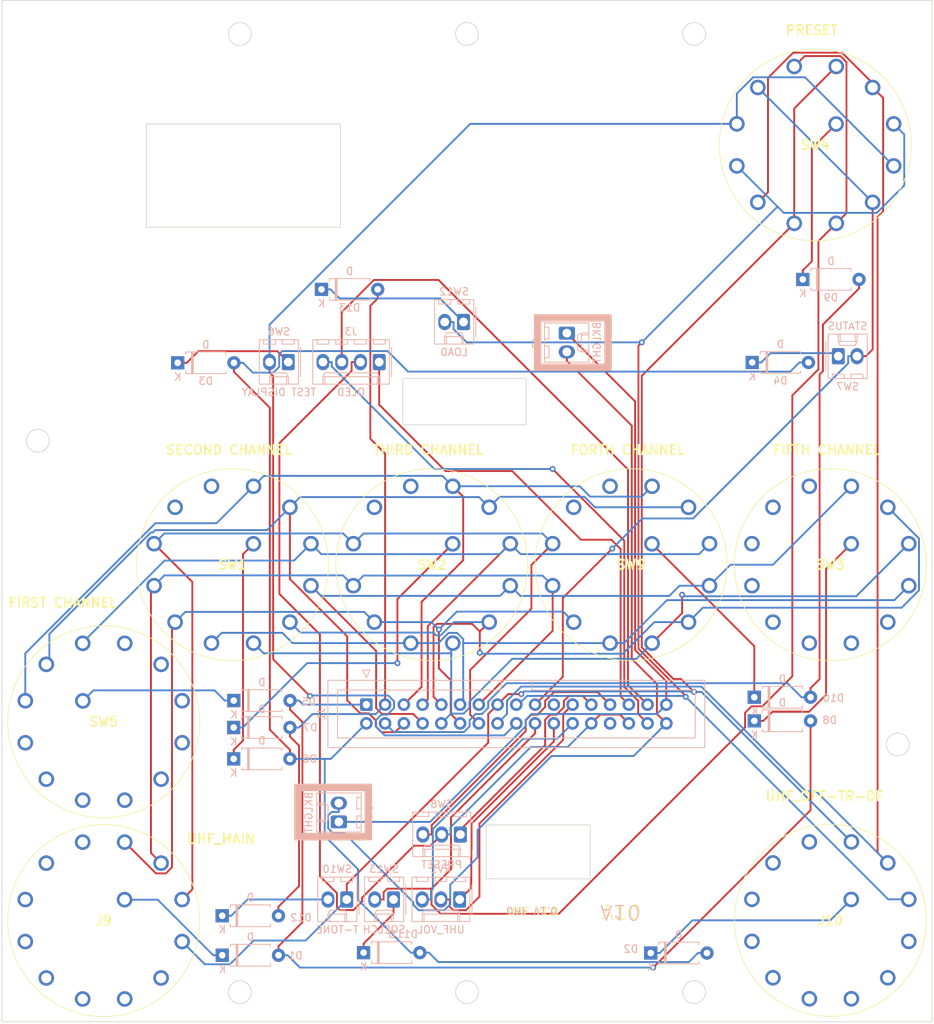
<source format=kicad_pcb>
(kicad_pcb (version 20240108) (generator "pcbnew") (generator_version "8.0")
  (layers (0 "F.Cu" signal) (31 "B.Cu" signal) (34 "B.Paste" user) (35 "F.Paste" user) (36 "B.SilkS" user "B.Silkscreen") (37 "F.SilkS" user "F.Silkscreen") (38 "B.Mask" user) (39 "F.Mask" user) (44 "Edge.Cuts" user))
  (net 0 "")
  (net 1 "Net-(D1-K)")
  (net 2 "COL7")
  (net 3 "Net-(D2-K)")
  (net 4 "Net-(D3-K)")
  (net 5 "Net-(D4-K)")
  (net 6 "COL8")
  (net 7 "Net-(D9-K)")
  (net 8 "COL9")
  (net 9 "COL10")
  (net 10 "+5V")
  (net 11 "Net-(D10-K)")
  (net 12 "GND")
  (net 13 "Net-(D11-K)")
  (net 14 "ROW0")
  (net 15 "ROW1")
  (net 16 "Net-(D12-K)")
  (net 17 "ROW15")
  (net 18 "ROW14")
  (net 19 "ROW5")
  (net 20 "Net-(D5-K)")
  (net 21 "Net-(D13-K)")
  (net 22 "UHF_PRESET_B")
  (net 24 "ROW8")
  (net 25 "ROW2")
  (net 26 "Net-(D6-K)")
  (net 27 "ROW12")
  (net 28 "Net-(D7-K)")
  (net 29 "Net-(D8-K)")
  (net 30 "ROW9")
  (net 31 "UHF_OLED_SC")
  (net 33 "ROW4")
  (net 35 "ROW11")
  (net 36 "ANALOG_5V")
  (net 37 "ROW13")
  (net 41 "BACKLIGHT_-V")
  (net 42 "ROW6")
  (net 48 "ROW3")
  (net 51 "ROW10")
  (net 52 "ROW7")
  (net 53 "+12V")
  (net 55 "UHF_OLED_SD")
  (net 56 "ANALOG_GND")
  (net 58 "UHF_VOL")
  (net 59 "UHF_PRESET_A")
  (footprint "Footprint Library:ALPHA 12 POS" (layer "F.Cu") (at 94 -10)
    (property "Reference" "SW9")
    (property "Value" "FORTH CHANNEL")
  )
  (footprint "Footprint Library:ALPHA 12 POS" (layer "F.Cu") (at 121 38.175)
    (property "Reference" "J10")
    (property "Value" "UHF_OFF-TR-DF")
  )
  (footprint "Footprint Library:ALPHA 12 POS" (layer "F.Cu") (at 67 -10)
    (property "Reference" "SW2")
    (property "Value" "THIRD CHANNEL")
  )
  (footprint "Footprint Library:ALPHA 12 POS" (layer "F.Cu") (at 22.55 38.206)
    (property "Reference" "J9")
    (property "Value" "UHF_MAIN")
  )
  (footprint "Footprint Library:ALPHA 12 POS" (layer "F.Cu") (at 30.331 24.747 90)
    (property "Reference" "SW5")
    (property "Value" "FIRST CHANNEL")
  )
  (footprint "Footprint Library:ALPHA 12 POS" (layer "F.Cu") (at 121 -10)
    (property "Reference" "SW3")
    (property "Value" "FIFTH CHANNEL")
  )
  (footprint "Footprint Library:ALPHA 12 POS" (layer "F.Cu") (at 40 -10)
    (property "Reference" "SW1")
    (property "Value" "SECOND CHANNEL")
  )
  (footprint "Footprint Library:ALPHA 12 POS" (layer "F.Cu") (at 118.953 -66.869)
    (property "Reference" "SW4")
    (property "Value" "PRESET")
  )
  (footprint "Diode_THT:D_A-405_P7.62mm_Horizontal" (layer "B.Cu") (at 62.68 -44.45)
    (property "Reference" "D13")
    (property "Value" "D")
  )
  (footprint "Connector_Molex:Molex_KK-254_AE-6410-02A_1x02_P2.54mm_Vertical" (layer "B.Cu") (at 132.7 -35.4)
    (property "Reference" "SW7")
    (property "Value" "STATUS")
  )
  (footprint "Diode_THT:D_A-405_P7.62mm_Horizontal" (layer "B.Cu") (at 50.79 19.15)
    (property "Reference" "D6")
    (property "Value" "D")
  )
  (footprint "Connector_Molex:Molex_KK-254_AE-6410-03A_1x03_P2.54mm_Vertical" (layer "B.Cu") (at 81.4 38.2 180)
    (property "Reference" "RV1")
    (property "Value" "UHF_VOL")
  )
  (footprint "Connector_Molex:Molex_KK-254_AE-6410-02A_1x02_P2.54mm_Vertical" (layer "B.Cu") (at 95.92 -38.52 -90)
    (property "Reference" "J2")
    (property "Value" "BKLGHT")
  )
  (footprint "Diode_THT:D_A-405_P7.62mm_Horizontal" (layer "B.Cu") (at 121.04 -34.55)
    (property "Reference" "D4")
    (property "Value" "D")
  )
  (footprint "Diode_THT:D_A-405_P7.62mm_Horizontal" (layer "B.Cu") (at 50.79 14.9)
    (property "Reference" "D7")
    (property "Value" "D")
  )
  (footprint "Diode_THT:D_A-405_P7.62mm_Horizontal" (layer "B.Cu") (at 127.89 -45.8)
    (property "Reference" "D9")
    (property "Value" "D")
  )
  (footprint "Diode_THT:D_A-405_P7.62mm_Horizontal" (layer "B.Cu") (at 49.23 40.4)
    (property "Reference" "D12")
    (property "Value" "D")
  )
  (footprint "Connector_Molex:Molex_KK-254_AE-6410-03A_1x03_P2.54mm_Vertical" (layer "B.Cu") (at 81.5 29.4 180)
    (property "Reference" "SW8")
    (property "Value" "PRESET")
  )
  (footprint "Connector_Molex:Molex_KK-254_AE-6410-02A_1x02_P2.54mm_Vertical" (layer "B.Cu") (at 81.92 -40.03 180)
    (property "Reference" "SW12")
    (property "Value" "LOAD")
  )
  (footprint "Connector_Molex:Molex_KK-254_AE-6410-02A_1x02_P2.54mm_Vertical" (layer "B.Cu") (at 66.1 38.2 180)
    (property "Reference" "SW10")
    (property "Value" "T-TONE")
  )
  (footprint "Connector_Molex:Molex_KK-254_AE-6410-02A_1x02_P2.54mm_Vertical" (layer "B.Cu") (at 72.44 38.2 180)
    (property "Reference" "SW13")
    (property "Value" "SQELCH")
  )
  (footprint "Connector_Molex:Molex_KK-254_AE-6410-04A_1x04_P2.54mm_Vertical" (layer "B.Cu") (at 70.5 -34.6 180)
    (property "Reference" "J3")
    (property "Value" "OLED")
  )
  (footprint "Diode_THT:D_A-405_P7.62mm_Horizontal" (layer "B.Cu") (at 107.29 45.45)
    (property "Reference" "D2")
    (property "Value" "D")
  )
  (footprint "Connector_Molex:Molex_KK-254_AE-6410-02A_1x02_P2.54mm_Vertical" (layer "B.Cu") (at 65.03 27.685 90)
    (property "Reference" "J4")
    (property "Value" "BKLGHT")
  )
  (footprint "Diode_THT:D_A-405_P7.62mm_Horizontal" (layer "B.Cu") (at 121.32 14)
    (property "Reference" "D8")
    (property "Value" "D")
  )
  (footprint "Diode_THT:D_A-405_P7.62mm_Horizontal" (layer "B.Cu") (at 49.24 45.75)
    (property "Reference" "D1")
    (property "Value" "D")
  )
  (footprint "Diode_THT:D_A-405_P7.62mm_Horizontal" (layer "B.Cu") (at 50.8 11.25)
    (property "Reference" "D5")
    (property "Value" "D")
  )
  (footprint "Diode_THT:D_A-405_P7.62mm_Horizontal" (layer "B.Cu") (at 121.32 10.8)
    (property "Reference" "D10")
    (property "Value" "D")
  )
  (footprint "Diode_THT:D_A-405_P7.62mm_Horizontal" (layer "B.Cu") (at 43.2 -34.5)
    (property "Reference" "D3")
    (property "Value" "D")
  )
  (footprint "Diode_THT:D_A-405_P7.62mm_Horizontal" (layer "B.Cu") (at 68.39 45.4)
    (property "Reference" "D11")
    (property "Value" "D")
  )
  (footprint "Connector_IDC:IDC-Header_2x17_P2.54mm_Vertical" (layer "B.Cu") (at 68.76 11.8 -90)
    (property "Reference" "J1")
    (property "Value" "UHF")
  )
  (footprint "Connector_Molex:Molex_KK-254_AE-6410-02A_1x02_P2.54mm_Vertical" (layer "B.Cu") (at 58.18 -34.6 180)
    (property "Reference" "SW6")
    (property "Value" "TEST DISPLAY")
  )
  (gr_rect (start 59.0623 23.445) (end 69.4477 22.585) (stroke (width 0.15)) (fill solid) (layer "B.SilkS"))
  (gr_rect (start 91.54 -40.155) (end 101.9254 -41.015) (stroke (width 0.15)) (fill solid) (layer "B.SilkS"))
  (gr_rect (start 59.0623 30.125) (end 68.6977 29.265) (stroke (width 0.15)) (fill solid) (layer "B.SilkS"))
  (gr_rect (start 101.0777 -33.505) (end 101.9377 -40.495) (stroke (width 0.15)) (fill solid) (layer "B.SilkS"))
  (gr_rect (start 59.0623 29.95) (end 59.9223 22.9) (stroke (width 0.15)) (fill solid) (layer "B.SilkS"))
  (gr_rect (start 68.6 30.095) (end 69.46 23.105) (stroke (width 0.15)) (fill solid) (layer "B.SilkS"))
  (gr_rect (start 91.54 -33.475) (end 101.1754 -34.335) (stroke (width 0.15)) (fill solid) (layer "B.SilkS"))
  (gr_rect (start 91.54 -33.65) (end 92.4 -40.7) (stroke (width 0.15)) (fill solid) (layer "B.SilkS"))
  (gr_rect (start 85 28.1) (end 99.1 35.4) (stroke (width 0.1)) (fill none) (layer "Edge.Cuts"))
  (gr_rect (start 19.4 -83.6) (end 145.4 54.768) (stroke (width 0.1)) (fill none) (layer "Edge.Cuts"))
  (gr_circle (center 113.175 -79.05) (end 114.725 -79.05) (stroke (width 0.1)) (fill none) (layer "Edge.Cuts"))
  (gr_circle (center 24.25 -23.95) (end 25.8 -23.95) (stroke (width 0.1)) (fill none) (layer "Edge.Cuts"))
  (gr_rect (start 38.95 -66.85) (end 65.25 -52.85) (stroke (width 0.1)) (fill none) (layer "Edge.Cuts"))
  (gr_circle (center 82.4 -79.05) (end 83.95 -79.05) (stroke (width 0.1)) (fill none) (layer "Edge.Cuts"))
  (gr_circle (center 140.75 17.2) (end 142.3 17.2) (stroke (width 0.1)) (fill none) (layer "Edge.Cuts"))
  (gr_circle (center 82.4 50.75) (end 83.95 50.75) (stroke (width 0.1)) (fill none) (layer "Edge.Cuts"))
  (gr_rect (start 73.7 -32.4) (end 90.4 -26.1) (stroke (width 0.1)) (fill none) (layer "Edge.Cuts"))
  (gr_circle (center 51.625 -79.05) (end 53.175 -79.05) (stroke (width 0.1)) (fill none) (layer "Edge.Cuts"))
  (gr_circle (center 51.625 50.75) (end 53.175 50.75) (stroke (width 0.1)) (fill none) (layer "Edge.Cuts"))
  (gr_circle (center 113.175 50.75) (end 114.725 50.75) (stroke (width 0.1)) (fill none) (layer "Edge.Cuts"))
  (gr_text "A10" (at 100.32 38.77 -180) (layer "B.SilkS") (effects (font (size 2 2)) (justify left bottom mirror)))
  (gr_text "UHF V1.0" (at 87.58 39.14 -180) (layer "B.SilkS") (effects (font (size 1 1)) (justify left bottom mirror)))
  (gr_text "UHF V1.0" (at 87.82 40.41 -0) (layer "F.SilkS") (effects (font (size 1 1)) (justify left bottom)))
  (gr_text "A10" (at 100.5 41.15 -0) (layer "F.SilkS") (effects (font (size 2 2)) (justify left bottom)))
  (segment (start 48.0133 45.75) (end 40.4883 38.225) (width 0.25) (layer "B.Cu") (net 1))
  (segment (start 49.24 45.75) (end 48.0133 45.75) (width 0.25) (layer "B.Cu") (net 1))
  (segment (start 40.4883 38.225) (end 36.003 38.225) (width 0.25) (layer "B.Cu") (net 1))
  (segment (start 58.42 11.25) (end 58.42 12.4767) (width 0.25) (layer "F.Cu") (net 2))
  (segment (start 128.94 26.1045) (end 107.6247 47.4198) (width 0.25) (layer "F.Cu") (net 2))
  (segment (start 56.86 44.5233) (end 60.0973 41.286) (width 0.25) (layer "F.Cu") (net 2))
  (segment (start 128.94 14) (end 128.94 26.1045) (width 0.25) (layer "F.Cu") (net 2))
  (segment (start 56.86 45.75) (end 56.86 44.5233) (width 0.25) (layer "F.Cu") (net 2))
  (segment (start 60.0973 41.286) (end 60.0973 14.154) (width 0.25) (layer "F.Cu") (net 2))
  (segment (start 60.0973 14.154) (end 58.42 12.4767) (width 0.25) (layer "F.Cu") (net 2))
  (via (at 107.6247 47.4198) (size 0.8) (drill 0.4) (layers "F.Cu" "B.Cu") (net 2))
  (segment (start 59.7565 47.4198) (end 107.6247 47.4198) (width 0.25) (layer "B.Cu") (net 2))
  (segment (start 56.86 45.75) (end 58.0867 45.75) (width 0.25) (layer "B.Cu") (net 2))
  (segment (start 59.6467 11.25) (end 60.1967 11.8) (width 0.25) (layer "B.Cu") (net 2))
  (segment (start 58.42 11.25) (end 59.6467 11.25) (width 0.25) (layer "B.Cu") (net 2))
  (segment (start 60.1967 11.8) (end 68.76 11.8) (width 0.25) (layer "B.Cu") (net 2))
  (segment (start 58.0867 45.75) (end 59.7565 47.4198) (width 0.25) (layer "B.Cu") (net 2))
  (segment (start 107.29 45.45) (end 108.5167 45.45) (width 0.25) (layer "B.Cu") (net 3))
  (segment (start 131.625 41.022) (end 134.453 38.194) (width 0.25) (layer "B.Cu") (net 3))
  (segment (start 108.5167 45.45) (end 112.9447 41.022) (width 0.25) (layer "B.Cu") (net 3))
  (segment (start 112.9447 41.022) (end 131.625 41.022) (width 0.25) (layer "B.Cu") (net 3))
  (segment (start 44.4267 -34.5) (end 45.9978 -36.0711) (width 0.25) (layer "F.Cu") (net 4))
  (segment (start 45.9978 -36.0711) (end 56.7089 -36.0711) (width 0.25) (layer "F.Cu") (net 4))
  (segment (start 56.7089 -36.0711) (end 58.18 -34.6) (width 0.25) (layer "F.Cu") (net 4))
  (segment (start 43.2 -34.5) (end 44.4267 -34.5) (width 0.25) (layer "F.Cu") (net 4))
  (segment (start 121.04 -34.55) (end 122.2667 -34.55) (width 0.25) (layer "B.Cu") (net 5))
  (segment (start 123.5228 -35.8061) (end 132.2939 -35.8061) (width 0.25) (layer "B.Cu") (net 5))
  (segment (start 132.2939 -35.8061) (end 132.7 -35.4) (width 0.25) (layer "B.Cu") (net 5))
  (segment (start 122.2667 -34.55) (end 123.5228 -35.8061) (width 0.25) (layer "B.Cu") (net 5))
  (segment (start 50.82 -34.5) (end 50.82 -33.2733) (width 0.25) (layer "F.Cu") (net 6))
  (segment (start 55.6819 15.1952) (end 58.41 17.9233) (width 0.25) (layer "F.Cu") (net 6))
  (segment (start 58.41 19.15) (end 58.41 17.9233) (width 0.25) (layer "F.Cu") (net 6))
  (segment (start 50.82 -33.2733) (end 55.6819 -28.4114) (width 0.25) (layer "F.Cu") (net 6))
  (segment (start 55.6819 -28.4114) (end 55.6819 15.1952) (width 0.25) (layer "F.Cu") (net 6))
  (segment (start 57.3506 -36.089) (end 56.9609 -35.6993) (width 0.25) (layer "B.Cu") (net 6))
  (segment (start 114.91 45.45) (end 113.6833 45.45) (width 0.25) (layer "B.Cu") (net 6))
  (segment (start 63.1163 19.15) (end 63.95 19.15) (width 0.25) (layer "B.Cu") (net 6))
  (segment (start 76.01 45.4) (end 77.2367 45.4) (width 0.25) (layer "B.Cu") (net 6))
  (segment (start 71.631 -36.089) (end 57.3506 -36.089) (width 0.25) (layer "B.Cu") (net 6))
  (segment (start 56.9609 -33.9654) (end 56.1729 -33.1774) (width 0.25) (layer "B.Cu") (net 6))
  (segment (start 112.4566 46.6767) (end 78.5134 46.6767) (width 0.25) (layer "B.Cu") (net 6))
  (segment (start 63.95 19.15) (end 68.76 14.34) (width 0.25) (layer "B.Cu") (net 6))
  (segment (start 128.66 -34.55) (end 127.4333 -34.55) (width 0.25) (layer "B.Cu") (net 6))
  (segment (start 75.3967 45.4) (end 74.7833 45.4) (width 0.25) (layer "B.Cu") (net 6))
  (segment (start 58.41 19.15) (end 63.1163 19.15) (width 0.25) (layer "B.Cu") (net 6))
  (segment (start 127.4333 -34.55) (end 126.1965 -33.3132) (width 0.25) (layer "B.Cu") (net 6))
  (segment (start 126.1965 -33.3132) (end 74.4068 -33.3132) (width 0.25) (layer "B.Cu") (net 6))
  (segment (start 56.1729 -33.1774) (end 53.3693 -33.1774) (width 0.25) (layer "B.Cu") (net 6))
  (segment (start 50.82 -34.5) (end 52.0467 -34.5) (width 0.25) (layer "B.Cu") (net 6))
  (segment (start 53.3693 -33.1774) (end 52.0467 -34.5) (width 0.25) (layer "B.Cu") (net 6))
  (segment (start 67.6369 34.1084) (end 67.6369 38.2536) (width 0.25) (layer "B.Cu") (net 6))
  (segment (start 78.5134 46.6767) (end 77.2367 45.4) (width 0.25) (layer "B.Cu") (net 6))
  (segment (start 74.4068 -33.3132) (end 71.631 -36.089) (width 0.25) (layer "B.Cu") (net 6))
  (segment (start 63.1163 19.15) (end 63.1163 29.5878) (width 0.25) (layer "B.Cu") (net 6))
  (segment (start 67.6369 38.2536) (end 74.7833 45.4) (width 0.25) (layer "B.Cu") (net 6))
  (segment (start 56.9609 -35.6993) (end 56.9609 -33.9654) (width 0.25) (layer "B.Cu") (net 6))
  (segment (start 113.6833 45.45) (end 112.4566 46.6767) (width 0.25) (layer "B.Cu") (net 6))
  (segment (start 75.3967 45.4) (end 76.01 45.4) (width 0.25) (layer "B.Cu") (net 6))
  (segment (start 63.1163 29.5878) (end 67.6369 34.1084) (width 0.25) (layer "B.Cu") (net 6))
  (segment (start 129.1167 -63.5607) (end 132.406 -66.85) (width 0.25) (layer "F.Cu") (net 7))
  (segment (start 127.89 -45.8) (end 127.89 -47.0267) (width 0.25) (layer "F.Cu") (net 7))
  (segment (start 127.89 -47.0267) (end 129.1167 -48.2534) (width 0.25) (layer "F.Cu") (net 7))
  (segment (start 129.1167 -48.2534) (end 129.1167 -63.5607) (width 0.25) (layer "F.Cu") (net 7))
  (segment (start 59.6367 17.3534) (end 58.41 16.1267) (width 0.25) (layer "F.Cu") (net 8))
  (segment (start 71.3 -22.2068) (end 69.2965 -24.2103) (width 0.25) (layer "F.Cu") (net 8))
  (segment (start 56.85 40.4) (end 56.85 39.1733) (width 0.25) (layer "F.Cu") (net 8))
  (segment (start 58.41 14.9) (end 58.41 16.1267) (width 0.25) (layer "F.Cu") (net 8))
  (segment (start 70.3 -44.45) (end 70.3 -43.2233) (width 0.25) (layer "F.Cu") (net 8))
  (segment (start 69.2965 -24.2103) (end 69.2965 -42.2198) (width 0.25) (layer "F.Cu") (net 8))
  (segment (start 69.2965 -42.2198) (end 70.3 -43.2233) (width 0.25) (layer "F.Cu") (net 8))
  (segment (start 59.6367 36.3866) (end 59.6367 17.3534) (width 0.25) (layer "F.Cu") (net 8))
  (segment (start 71.3 11.8) (end 71.3 -22.2068) (width 0.25) (layer "F.Cu") (net 8))
  (segment (start 56.85 39.1733) (end 59.6367 36.3866) (width 0.25) (layer "F.Cu") (net 8))
  (segment (start 70.0178 13.0822) (end 61.4545 13.0822) (width 0.25) (layer "B.Cu") (net 8))
  (segment (start 61.4545 13.0822) (end 59.6367 14.9) (width 0.25) (layer "B.Cu") (net 8))
  (segment (start 71.3 11.8) (end 70.0178 13.0822) (width 0.25) (layer "B.Cu") (net 8))
  (segment (start 58.41 14.9) (end 59.6367 14.9) (width 0.25) (layer "B.Cu") (net 8))
  (segment (start 130.1652 8.3481) (end 130.1652 -32.911) (width 0.25) (layer "F.Cu") (net 9))
  (segment (start 130.6168 -33.3626) (end 130.6168 -39.6801) (width 0.25) (layer "F.Cu") (net 9))
  (segment (start 135.51 -45.8) (end 135.51 -44.5733) (width 0.25) (layer "F.Cu") (net 9))
  (segment (start 130.1652 -32.911) (end 130.6168 -33.3626) (width 0.25) (layer "F.Cu") (net 9))
  (segment (start 128.94 10.8) (end 128.94 9.5733) (width 0.25) (layer "F.Cu") (net 9))
  (segment (start 130.6168 -39.6801) (end 135.51 -44.5733) (width 0.25) (layer "F.Cu") (net 9))
  (segment (start 128.94 9.5733) (end 130.1652 8.3481) (width 0.25) (layer "F.Cu") (net 9))
  (segment (start 128.94 10.8) (end 127.7133 10.8) (width 0.25) (layer "B.Cu") (net 9))
  (segment (start 125.8169 8.9036) (end 87.7578 8.9036) (width 0.25) (layer "B.Cu") (net 9))
  (segment (start 84.4309 13.07) (end 83.5781 13.07) (width 0.25) (layer "B.Cu") (net 9))
  (segment (start 82.7478 14.7385) (end 81.9658 15.5205) (width 0.25) (layer "B.Cu") (net 9))
  (segment (start 127.7133 10.8) (end 125.8169 8.9036) (width 0.25) (layer "B.Cu") (net 9))
  (segment (start 72.4805 15.5205) (end 71.3 14.34) (width 0.25) (layer "B.Cu") (net 9))
  (segment (start 83.5781 13.07) (end 82.7478 13.9003) (width 0.25) (layer "B.Cu") (net 9))
  (segment (start 87.7578 8.9036) (end 85.27 11.3914) (width 0.25) (layer "B.Cu") (net 9))
  (segment (start 82.7478 13.9003) (end 82.7478 14.7385) (width 0.25) (layer "B.Cu") (net 9))
  (segment (start 85.27 11.3914) (end 85.27 12.2309) (width 0.25) (layer "B.Cu") (net 9))
  (segment (start 85.27 12.2309) (end 84.4309 13.07) (width 0.25) (layer "B.Cu") (net 9))
  (segment (start 81.9658 15.5205) (end 72.4805 15.5205) (width 0.25) (layer "B.Cu") (net 9))
  (segment (start 101.9519 -10.5383) (end 103.2051 -9.2851) (width 0.25) (layer "F.Cu") (net 10))
  (segment (start 88.5256 -19.8399) (end 97.8272 -10.5383) (width 0.25) (layer "F.Cu") (net 10))
  (segment (start 79.487 -19.8399) (end 88.5256 -19.8399) (width 0.25) (layer "F.Cu") (net 10))
  (segment (start 97.8272 -10.5383) (end 101.9519 -10.5383) (width 0.25) (layer "F.Cu") (net 10))
  (segment (start 103.2051 -9.2851) (end 103.2051 10.6851) (width 0.25) (layer "F.Cu") (net 10))
  (segment (start 70.5 -34.6) (end 70.5 -28.8269) (width 0.25) (layer "F.Cu") (net 10))
  (segment (start 103.2051 10.6851) (end 104.32 11.8) (width 0.25) (layer "F.Cu") (net 10))
  (segment (start 70.5 -28.8269) (end 79.487 -19.8399) (width 0.25) (layer "F.Cu") (net 10))
  (segment (start 121.32 3.886) (end 107.453 -9.981) (width 0.25) (layer "F.Cu") (net 11))
  (segment (start 121.32 10.8) (end 121.32 3.886) (width 0.25) (layer "F.Cu") (net 11))
  (segment (start 56.9792 -23.6192) (end 66.7633 -33.4033) (width 0.25) (layer "F.Cu") (net 12))
  (segment (start 64.7718 37.3362) (end 62.47 35.0344) (width 0.25) (layer "F.Cu") (net 12))
  (segment (start 64.7718 39.2156) (end 64.7718 37.3362) (width 0.25) (layer "F.Cu") (net 12))
  (segment (start 68.1822 38.4663) (end 67.0119 39.6366) (width 0.25) (layer "F.Cu") (net 12))
  (segment (start 65.1928 39.6366) (end 64.7718 39.2156) (width 0.25) (layer "F.Cu") (net 12))
  (segment (start 100.4306 13.1494) (end 99.24 14.34) (width 0.25) (layer "F.Cu") (net 12))
  (segment (start 62.47 35.0344) (end 62.47 2.2946) (width 0.25) (layer "F.Cu") (net 12))
  (segment (start 77.4522 30.9078) (end 75.2216 30.9078) (width 0.25) (layer "F.Cu") (net 12))
  (segment (start 62.47 2.2946) (end 56.9792 -3.1962) (width 0.25) (layer "F.Cu") (net 12))
  (segment (start 75.2216 30.9078) (end 68.1822 37.9472) (width 0.25) (layer "F.Cu") (net 12))
  (segment (start 66.7633 -33.4033) (end 66.7633 -34.6) (width 0.25) (layer "F.Cu") (net 12))
  (segment (start 67.96 -34.6) (end 66.7633 -34.6) (width 0.25) (layer "F.Cu") (net 12))
  (segment (start 104.32 14.34) (end 103.1294 13.1494) (width 0.25) (layer "F.Cu") (net 12))
  (segment (start 67.0119 39.6366) (end 65.1928 39.6366) (width 0.25) (layer "F.Cu") (net 12))
  (segment (start 78.96 29.4) (end 77.4522 30.9078) (width 0.25) (layer "F.Cu") (net 12))
  (segment (start 56.9792 -3.1962) (end 56.9792 -23.6192) (width 0.25) (layer "F.Cu") (net 12))
  (segment (start 68.1822 37.9472) (end 68.1822 38.4663) (width 0.25) (layer "F.Cu") (net 12))
  (segment (start 103.1294 13.1494) (end 100.4306 13.1494) (width 0.25) (layer "F.Cu") (net 12))
  (segment (start 80.1567 28.4277) (end 91.0255 17.5589) (width 0.25) (layer "B.Cu") (net 12))
  (segment (start 78.96 29.4) (end 80.1567 29.4) (width 0.25) (layer "B.Cu") (net 12))
  (segment (start 91.0255 17.5589) (end 96.0211 17.5589) (width 0.25) (layer "B.Cu") (net 12))
  (segment (start 96.0211 17.5589) (end 99.24 14.34) (width 0.25) (layer "B.Cu") (net 12))
  (segment (start 80.1567 29.4) (end 80.1567 28.4277) (width 0.25) (layer "B.Cu") (net 12))
  (segment (start 68.39 44.1733) (end 72.44 40.1233) (width 0.25) (layer "F.Cu") (net 13))
  (segment (start 72.44 40.1233) (end 72.44 38.2) (width 0.25) (layer "F.Cu") (net 13))
  (segment (start 68.39 45.4) (end 68.39 44.1733) (width 0.25) (layer "F.Cu") (net 13))
  (segment (start 81.8834 -16.3666) (end 81.8834 -7.7589) (width 0.25) (layer "F.Cu") (net 14))
  (segment (start 76.2397 -2.1152) (end 76.2397 9.4003) (width 0.25) (layer "F.Cu") (net 14))
  (segment (start 80.472 -17.778) (end 81.8834 -16.3666) (width 0.25) (layer "F.Cu") (net 14))
  (segment (start 81.8834 -7.7589) (end 76.2397 -2.1152) (width 0.25) (layer "F.Cu") (net 14))
  (segment (start 76.2397 9.4003) (end 73.84 11.8) (width 0.25) (layer "F.Cu") (net 14))
  (segment (start 80.472 -17.778) (end 97.6701 -17.778) (width 0.25) (layer "B.Cu") (net 14))
  (segment (start 48.4636 -12.7696) (end 53.472 -17.778) (width 0.25) (layer "B.Cu") (net 14))
  (segment (start 53.472 -17.778) (end 54.8817 -19.1877) (width 0.25) (layer "B.Cu") (net 14))
  (segment (start 99.0722 -16.3759) (end 106.0699 -16.3759) (width 0.25) (layer "B.Cu") (net 14))
  (segment (start 54.8817 -19.1877) (end 79.0623 -19.1877) (width 0.25) (layer "B.Cu") (net 14))
  (segment (start 97.6701 -17.778) (end 99.0722 -16.3759) (width 0.25) (layer "B.Cu") (net 14))
  (segment (start 22.553 11.275) (end 22.553 4.8537) (width 0.25) (layer "B.Cu") (net 14))
  (segment (start 22.553 4.8537) (end 40.1763 -12.7696) (width 0.25) (layer "B.Cu") (net 14))
  (segment (start 106.0699 -16.3759) (end 107.472 -17.778) (width 0.25) (layer "B.Cu") (net 14))
  (segment (start 40.1763 -12.7696) (end 48.4636 -12.7696) (width 0.25) (layer "B.Cu") (net 14))
  (segment (start 79.0623 -19.1877) (end 80.472 -17.778) (width 0.25) (layer "B.Cu") (net 14))
  (segment (start 70.03 14.7606) (end 70.81 15.5406) (width 0.25) (layer "F.Cu") (net 15))
  (segment (start 72.6394 15.5406) (end 73.84 14.34) (width 0.25) (layer "F.Cu") (net 15))
  (segment (start 66.1665 11.2242) (end 67.92 12.9777) (width 0.25) (layer "F.Cu") (net 15))
  (segment (start 70.03 13.9311) (end 70.03 14.7606) (width 0.25) (layer "F.Cu") (net 15))
  (segment (start 67.92 12.9777) (end 69.0766 12.9777) (width 0.25) (layer "F.Cu") (net 15))
  (segment (start 70.81 15.5406) (end 72.6394 15.5406) (width 0.25) (layer "F.Cu") (net 15))
  (segment (start 58.403 -14.931) (end 58.403 -5.206) (width 0.25) (layer "F.Cu") (net 15))
  (segment (start 66.1665 2.5575) (end 66.1665 11.2242) (width 0.25) (layer "F.Cu") (net 15))
  (segment (start 58.403 -5.206) (end 66.1665 2.5575) (width 0.25) (layer "F.Cu") (net 15))
  (segment (start 69.0766 12.9777) (end 70.03 13.9311) (width 0.25) (layer "F.Cu") (net 15))
  (segment (start 86.8231 -16.3511) (end 98.3108 -16.3511) (width 0.25) (layer "B.Cu") (net 15))
  (segment (start 85.403 -14.931) (end 86.8231 -16.3511) (width 0.25) (layer "B.Cu") (net 15))
  (segment (start 85.403 -14.931) (end 84.0232 -16.3108) (width 0.25) (layer "B.Cu") (net 15))
  (segment (start 55.3086 -11.8366) (end 58.403 -14.931) (width 0.25) (layer "B.Cu") (net 15))
  (segment (start 25.8138 2.2317) (end 39.5616 -11.5161) (width 0.25) (layer "B.Cu") (net 15))
  (segment (start 40.1446 -11.8366) (end 55.3086 -11.8366) (width 0.25) (layer "B.Cu") (net 15))
  (segment (start 39.5616 -11.5161) (end 39.8241 -11.5161) (width 0.25) (layer "B.Cu") (net 15))
  (segment (start 39.8241 -11.5161) (end 40.1446 -11.8366) (width 0.25) (layer "B.Cu") (net 15))
  (segment (start 98.3108 -16.3511) (end 99.7309 -14.931) (width 0.25) (layer "B.Cu") (net 15))
  (segment (start 99.7309 -14.931) (end 112.403 -14.931) (width 0.25) (layer "B.Cu") (net 15))
  (segment (start 25.8138 5.9302) (end 25.8138 2.2317) (width 0.25) (layer "B.Cu") (net 15))
  (segment (start 59.7828 -16.3108) (end 58.403 -14.931) (width 0.25) (layer "B.Cu") (net 15))
  (segment (start 84.0232 -16.3108) (end 59.7828 -16.3108) (width 0.25) (layer "B.Cu") (net 15))
  (segment (start 25.4 6.344) (end 25.8138 5.9302) (width 0.25) (layer "B.Cu") (net 15))
  (segment (start 52.6567 38.2) (end 63.56 38.2) (width 0.25) (layer "B.Cu") (net 16))
  (segment (start 49.23 40.4) (end 50.4567 40.4) (width 0.25) (layer "B.Cu") (net 16))
  (segment (start 50.4567 40.4) (end 52.6567 38.2) (width 0.25) (layer "B.Cu") (net 16))
  (segment (start 78.8195 40.136) (end 94.8261 40.136) (width 0.25) (layer "F.Cu") (net 17))
  (segment (start 91.62 15.6932) (end 80.2295 27.0837) (width 0.25) (layer "F.Cu") (net 17))
  (segment (start 133.8097 -54.7817) (end 132.425 -53.397) (width 0.25) (layer "F.Cu") (net 17))
  (segment (start 69.9 38.2) (end 71.0967 38.2) (width 0.25) (layer "F.Cu") (net 17))
  (segment (start 126.731 -74.647) (end 128.1425 -76.0585) (width 0.25) (layer "F.Cu") (net 17))
  (segment (start 71.0967 37.2277) (end 71.0967 38.2) (width 0.25) (layer "F.Cu") (net 17))
  (segment (start 71.5899 36.7345) (end 71.0967 37.2277) (width 0.25) (layer "F.Cu") (net 17))
  (segment (start 130.0062 -33.616) (end 130.0062 -50.9782) (width 0.25) (layer "F.Cu") (net 17))
  (segment (start 132.9865 -76.0585) (end 133.8097 -75.2353) (width 0.25) (layer "F.Cu") (net 17))
  (segment (start 80.2295 27.0837) (end 80.2295 34.095) (width 0.25) (layer "F.Cu") (net 17))
  (segment (start 122.4156 12.0279) (end 126.4717 7.9718) (width 0.25) (layer "F.Cu") (net 17))
  (segment (start 77.59 36.7345) (end 77.59 38.9065) (width 0.25) (layer "F.Cu") (net 17))
  (segment (start 126.4717 -30.0815) (end 130.0062 -33.616) (width 0.25) (layer "F.Cu") (net 17))
  (segment (start 133.8097 -75.2353) (end 133.8097 -54.7817) (width 0.25) (layer "F.Cu") (net 17))
  (segment (start 126.4717 7.9718) (end 126.4717 -30.0815) (width 0.25) (layer "F.Cu") (net 17))
  (segment (start 77.59 36.7345) (end 71.5899 36.7345) (width 0.25) (layer "F.Cu") (net 17))
  (segment (start 128.1425 -76.0585) (end 132.9865 -76.0585) (width 0.25) (layer "F.Cu") (net 17))
  (segment (start 94.8261 40.136) (end 120.07 14.8921) (width 0.25) (layer "F.Cu") (net 17))
  (segment (start 80.2295 34.095) (end 77.59 36.7345) (width 0.25) (layer "F.Cu") (net 17))
  (segment (start 77.59 38.9065) (end 78.8195 40.136) (width 0.25) (layer "F.Cu") (net 17))
  (segment (start 91.62 14.34) (end 91.62 15.6932) (width 0.25) (layer "F.Cu") (net 17))
  (segment (start 120.07 12.9071) (end 120.9492 12.0279) (width 0.25) (layer "F.Cu") (net 17))
  (segment (start 120.9492 12.0279) (end 122.4156 12.0279) (width 0.25) (layer "F.Cu") (net 17))
  (segment (start 130.0062 -50.9782) (end 132.425 -53.397) (width 0.25) (layer "F.Cu") (net 17))
  (segment (start 120.07 14.8921) (end 120.07 12.9071) (width 0.25) (layer "F.Cu") (net 17))
  (segment (start 135.24 -35.4) (end 136.4367 -35.4) (width 0.25) (layer "F.Cu") (net 18))
  (segment (start 91.62 11.8) (end 95.3752 8.0448) (width 0.25) (layer "F.Cu") (net 18))
  (segment (start 95.3752 8.0448) (end 95.3752 -2.6386) (width 0.25) (layer "F.Cu") (net 18))
  (segment (start 95.3752 -2.6386) (end 102.075 -9.3384) (width 0.25) (layer "F.Cu") (net 18))
  (segment (start 137.356 -36.3193) (end 136.4367 -35.4) (width 0.25) (layer "F.Cu") (net 18))
  (segment (start 137.356 -56.244) (end 137.356 -36.3193) (width 0.25) (layer "F.Cu") (net 18))
  (via (at 102.075 -9.3384) (size 0.8) (drill 0.4) (layers "F.Cu" "B.Cu") (net 18))
  (segment (start 113.0323 -13.4167) (end 106.1533 -13.4167) (width 0.25) (layer "B.Cu") (net 18))
  (segment (start 121.8 -71.8) (end 137.356 -56.244) (width 0.25) (layer "B.Cu") (net 18))
  (segment (start 135.24 -35.4) (end 134.0433 -35.4) (width 0.25) (layer "B.Cu") (net 18))
  (segment (start 134.0433 -35.4) (end 134.0433 -34.4277) (width 0.25) (layer "B.Cu") (net 18))
  (segment (start 134.0433 -34.4277) (end 113.0323 -13.4167) (width 0.25) (layer "B.Cu") (net 18))
  (segment (start 106.1533 -13.4167) (end 102.075 -9.3384) (width 0.25) (layer "B.Cu") (net 18))
  (segment (start 111.5418 -0.5978) (end 111.5418 -3.0846) (width 0.25) (layer "F.Cu") (net 19))
  (segment (start 107.472 3.472) (end 111.5418 -0.5978) (width 0.25) (layer "F.Cu") (net 19))
  (via (at 111.5418 -3.0846) (size 0.8) (drill 0.4) (layers "F.Cu" "B.Cu") (net 19))
  (segment (start 88.5298 5.5974) (end 105.3466 5.5974) (width 0.25) (layer "B.Cu") (net 19))
  (segment (start 142.25 -10) (end 135.1288 -2.8788) (width 0.25) (layer "B.Cu") (net 19))
  (segment (start 82.73 11.3972) (end 88.5298 5.5974) (width 0.25) (layer "B.Cu") (net 19))
  (segment (start 82.73 12.2309) (end 82.73 11.3972) (width 0.25) (layer "B.Cu") (net 19))
  (segment (start 135.1288 -2.8788) (end 111.7476 -2.8788) (width 0.25) (layer "B.Cu") (net 19))
  (segment (start 80.2605 13.0176) (end 80.2605 4.8507) (width 0.25) (layer "B.Cu") (net 19))
  (segment (start 81.9433 13.0176) (end 82.73 12.2309) (width 0.25) (layer "B.Cu") (net 19))
  (segment (start 78.92 14.34) (end 80.2424 13.0176) (width 0.25) (layer "B.Cu") (net 19))
  (segment (start 53.472 3.472) (end 54.8507 4.8507) (width 0.25) (layer "B.Cu") (net 19))
  (segment (start 80.2605 3.6835) (end 80.472 3.472) (width 0.25) (layer "B.Cu") (net 19))
  (segment (start 111.7476 -2.8788) (end 111.5418 -3.0846) (width 0.25) (layer "B.Cu") (net 19))
  (segment (start 80.2424 13.0176) (end 80.2605 13.0176) (width 0.25) (layer "B.Cu") (net 19))
  (segment (start 105.3466 5.5974) (end 107.472 3.472) (width 0.25) (layer "B.Cu") (net 19))
  (segment (start 80.2605 13.0176) (end 81.9433 13.0176) (width 0.25) (layer "B.Cu") (net 19))
  (segment (start 54.8507 4.8507) (end 80.2605 4.8507) (width 0.25) (layer "B.Cu") (net 19))
  (segment (start 80.2605 4.8507) (end 80.2605 3.6835) (width 0.25) (layer "B.Cu") (net 19))
  (segment (start 31.7719 9.8721) (end 48.1954 9.8721) (width 0.25) (layer "B.Cu") (net 20))
  (segment (start 30.35 11.294) (end 31.7719 9.8721) (width 0.25) (layer "B.Cu") (net 20))
  (segment (start 50.8 11.25) (end 49.5733 11.25) (width 0.25) (layer "B.Cu") (net 20))
  (segment (start 48.1954 9.8721) (end 49.5733 11.25) (width 0.25) (layer "B.Cu") (net 20))
  (segment (start 78.7267 -43.2233) (end 81.92 -40.03) (width 0.25) (layer "B.Cu") (net 21))
  (segment (start 62.68 -44.45) (end 63.9067 -44.45) (width 0.25) (layer "B.Cu") (net 21))
  (segment (start 63.9067 -44.45) (end 65.1334 -43.2233) (width 0.25) (layer "B.Cu") (net 21))
  (segment (start 65.1334 -43.2233) (end 78.7267 -43.2233) (width 0.25) (layer "B.Cu") (net 21))
  (segment (start 92.9833 12.1156) (end 91.9356 13.1633) (width 0.25) (layer "F.Cu") (net 22))
  (segment (start 77.6167 28.1255) (end 77.6167 29.4) (width 0.25) (layer "F.Cu") (net 22))
  (segment (start 91.1257 13.1633) (end 90.35 13.939) (width 0.25) (layer "F.Cu") (net 22))
  (segment (start 101.78 11.8) (end 100.0905 10.1105) (width 0.25) (layer "F.Cu") (net 22))
  (segment (start 76.42 29.4) (end 77.6167 29.4) (width 0.25) (layer "F.Cu") (net 22))
  (segment (start 91.9356 13.1633) (end 91.1257 13.1633) (width 0.25) (layer "F.Cu") (net 22))
  (segment (start 92.9833 11.3093) (end 92.9833 12.1156) (width 0.25) (layer "F.Cu") (net 22))
  (segment (start 100.0905 10.1105) (end 94.1821 10.1105) (width 0.25) (layer "F.Cu") (net 22))
  (segment (start 94.1821 10.1105) (end 92.9833 11.3093) (width 0.25) (layer "F.Cu") (net 22))
  (segment (start 90.35 13.939) (end 90.35 15.3922) (width 0.25) (layer "F.Cu") (net 22))
  (segment (start 90.35 15.3922) (end 77.6167 28.1255) (width 0.25) (layer "F.Cu") (net 22))
  (segment (start 94 -4.306) (end 94 1.8) (width 0.25) (layer "F.Cu") (net 24))
  (segment (start 40 -4.306) (end 39.5726 -3.8786) (width 0.25) (layer "F.Cu") (net 24))
  (segment (start 39.5726 31.8946) (end 40.953 33.275) (width 0.25) (layer "F.Cu") (net 24))
  (segment (start 94 1.8) (end 84 11.8) (width 0.25) (layer "F.Cu") (net 24))
  (segment (start 39.5726 -3.8786) (end 39.5726 31.8946) (width 0.25) (layer "F.Cu") (net 24))
  (segment (start 94 -4.306) (end 92.6233 -5.6827) (width 0.25) (layer "B.Cu") (net 24))
  (segment (start 40 -4.306) (end 41.3971 -5.7031) (width 0.25) (layer "B.Cu") (net 24))
  (segment (start 65.6029 -5.7031) (end 67 -4.306) (width 0.25) (layer "B.Cu") (net 24))
  (segment (start 68.3767 -5.6827) (end 67 -4.306) (width 0.25) (layer "B.Cu") (net 24))
  (segment (start 41.3971 -5.7031) (end 65.6029 -5.7031) (width 0.25) (layer "B.Cu") (net 24))
  (segment (start 92.6233 -5.6827) (end 68.3767 -5.6827) (width 0.25) (layer "B.Cu") (net 24))
  (segment (start 77.0817 11.0983) (end 76.38 11.8) (width 0.25) (layer "F.Cu") (net 25))
  (segment (start 77.0817 1.1683) (end 77.0817 11.0983) (width 0.25) (layer "F.Cu") (net 25))
  (segment (start 88.25 -10) (end 77.0817 1.1683) (width 0.25) (layer "F.Cu") (net 25))
  (segment (start 61.25 -10) (end 62.6735 -8.5765) (width 0.25) (layer "B.Cu") (net 25))
  (segment (start 58.9664 -7.7164) (end 61.25 -10) (width 0.25) (layer "B.Cu") (net 25))
  (segment (start 30.331 3.3743) (end 41.4217 -7.7164) (width 0.25) (layer "B.Cu") (net 25))
  (segment (start 86.8265 -8.5765) (end 88.25 -10) (width 0.25) (layer "B.Cu") (net 25))
  (segment (start 88.25 -10) (end 89.6718 -8.5782) (width 0.25) (layer "B.Cu") (net 25))
  (segment (start 62.6735 -8.5765) (end 86.8265 -8.5765) (width 0.25) (layer "B.Cu") (net 25))
  (segment (start 113.8282 -8.5782) (end 115.25 -10) (width 0.25) (layer "B.Cu") (net 25))
  (segment (start 30.331 3.497) (end 30.331 3.3743) (width 0.25) (layer "B.Cu") (net 25))
  (segment (start 41.4217 -7.7164) (end 58.9664 -7.7164) (width 0.25) (layer "B.Cu") (net 25))
  (segment (start 89.6718 -8.5782) (end 113.8282 -8.5782) (width 0.25) (layer "B.Cu") (net 25))
  (segment (start 50.79 19.15) (end 50.79 17.9233) (width 0.25) (layer "F.Cu") (net 26))
  (segment (start 50.79 17.9233) (end 52.0467 16.6666) (width 0.25) (layer "F.Cu") (net 26))
  (segment (start 52.0467 16.6666) (end 52.0467 -8.5747) (width 0.25) (layer "F.Cu") (net 26))
  (segment (start 52.0467 -8.5747) (end 53.453 -9.981) (width 0.25) (layer "F.Cu") (net 26))
  (segment (start 112.0289 10.6273) (end 112.0289 10.7432) (width 0.25) (layer "F.Cu") (net 27))
  (segment (start 106.0748 -37.2713) (end 105.6231 -36.8196) (width 0.25) (layer "F.Cu") (net 27))
  (segment (start 105.6231 -36.8196) (end 105.6231 4.2215) (width 0.25) (layer "F.Cu") (net 27))
  (segment (start 105.6231 4.2215) (end 112.0289 10.6273) (width 0.25) (layer "F.Cu") (net 27))
  (via (at 112.0289 10.7432) (size 0.8) (drill 0.4) (layers "F.Cu" "B.Cu") (net 27))
  (via (at 106.0748 -37.2713) (size 0.8) (drill 0.4) (layers "F.Cu" "B.Cu") (net 27))
  (segment (start 139.4607 38.175) (end 142.25 38.175) (width 0.25) (layer "B.Cu") (net 27))
  (segment (start 137.9269 -54.8182) (end 125.3098 -54.8182) (width 0.25) (layer "B.Cu") (net 27))
  (segment (start 111.9054 10.6197) (end 112.0289 10.7432) (width 0.25) (layer "B.Cu") (net 27))
  (segment (start 106.0748 -37.2713) (end 124.4658 -55.6623) (width 0.25) (layer "B.Cu") (net 27))
  (segment (start 79.38 -40.03) (end 80.5767 -40.03) (width 0.25) (layer "B.Cu") (net 27))
  (segment (start 89.08 11.8) (end 89.3611 11.8) (width 0.25) (layer "B.Cu") (net 27))
  (segment (start 141.6387 -58.53) (end 137.9269 -54.8182) (width 0.25) (layer "B.Cu") (net 27))
  (segment (start 125.3098 -54.8182) (end 124.4658 -55.6623) (width 0.25) (layer "B.Cu") (net 27))
  (segment (start 82.3631 -37.2713) (end 106.0748 -37.2713) (width 0.25) (layer "B.Cu") (net 27))
  (segment (start 90.5414 10.6197) (end 111.9054 10.6197) (width 0.25) (layer "B.Cu") (net 27))
  (segment (start 141.6387 -65.4333) (end 141.6387 -58.53) (width 0.25) (layer "B.Cu") (net 27))
  (segment (start 112.0289 10.7432) (end 139.4607 38.175) (width 0.25) (layer "B.Cu") (net 27))
  (segment (start 89.3611 11.8) (end 90.5414 10.6197) (width 0.25) (layer "B.Cu") (net 27))
  (segment (start 124.4658 -55.6623) (end 118.953 -61.175) (width 0.25) (layer "B.Cu") (net 27))
  (segment (start 140.203 -66.869) (end 141.6387 -65.4333) (width 0.25) (layer "B.Cu") (net 27))
  (segment (start 80.5767 -39.0577) (end 82.3631 -37.2713) (width 0.25) (layer "B.Cu") (net 27))
  (segment (start 80.5767 -40.03) (end 80.5767 -39.0577) (width 0.25) (layer "B.Cu") (net 27))
  (segment (start 72.9691 -2.4971) (end 80.453 -9.981) (width 0.25) (layer "F.Cu") (net 28))
  (segment (start 72.9691 6.1849) (end 72.9691 -2.4971) (width 0.25) (layer "F.Cu") (net 28))
  (via (at 72.9691 6.1849) (size 0.8) (drill 0.4) (layers "F.Cu" "B.Cu") (net 28))
  (segment (start 52.0167 14.9) (end 60.7318 6.1849) (width 0.25) (layer "B.Cu") (net 28))
  (segment (start 60.7318 6.1849) (end 72.9691 6.1849) (width 0.25) (layer "B.Cu") (net 28))
  (segment (start 50.79 14.9) (end 52.0167 14.9) (width 0.25) (layer "B.Cu") (net 28))
  (segment (start 131.0436 -6.5716) (end 134.453 -9.981) (width 0.25) (layer "F.Cu") (net 29))
  (segment (start 128.7336 12.7733) (end 131.0436 10.4633) (width 0.25) (layer "F.Cu") (net 29))
  (segment (start 123.7734 12.7733) (end 128.7336 12.7733) (width 0.25) (layer "F.Cu") (net 29))
  (segment (start 121.32 14) (end 122.5467 14) (width 0.25) (layer "F.Cu") (net 29))
  (segment (start 131.0436 10.4633) (end 131.0436 -6.5716) (width 0.25) (layer "F.Cu") (net 29))
  (segment (start 122.5467 14) (end 123.7734 12.7733) (width 0.25) (layer "F.Cu") (net 29))
  (segment (start 45.1846 -4.8154) (end 45.1846 36.8214) (width 0.25) (layer "F.Cu") (net 30))
  (segment (start 91.125 -7.125) (end 94 -10) (width 0.25) (layer "F.Cu") (net 30))
  (segment (start 45.1846 36.8214) (end 43.8 38.206) (width 0.25) (layer "F.Cu") (net 30))
  (segment (start 82.8233 13.1633) (end 82.8233 7.1083) (width 0.25) (layer "F.Cu") (net 30))
  (segment (start 91.125 -1.1934) (end 91.125 -7.125) (width 0.25) (layer "F.Cu") (net 30))
  (segment (start 82.8233 7.1083) (end 91.125 -1.1934) (width 0.25) (layer "F.Cu") (net 30))
  (segment (start 84 14.34) (end 82.8233 13.1633) (width 0.25) (layer "F.Cu") (net 30))
  (segment (start 40 -10) (end 45.1846 -4.8154) (width 0.25) (layer "F.Cu") (net 30))
  (segment (start 94 -10) (end 92.6233 -11.3767) (width 0.25) (layer "B.Cu") (net 30))
  (segment (start 68.3767 -11.3767) (end 67 -10) (width 0.25) (layer "B.Cu") (net 30))
  (segment (start 40 -10) (end 41.3849 -11.3849) (width 0.25) (layer "B.Cu") (net 30))
  (segment (start 92.6233 -11.3767) (end 68.3767 -11.3767) (width 0.25) (layer "B.Cu") (net 30))
  (segment (start 41.3849 -11.3849) (end 65.6151 -11.3849) (width 0.25) (layer "B.Cu") (net 30))
  (segment (start 65.6151 -11.3849) (end 67 -10) (width 0.25) (layer "B.Cu") (net 30))
  (segment (start 106.86 11.8) (end 104.2111 9.1511) (width 0.25) (layer "F.Cu") (net 31))
  (segment (start 65.42 -41.3554) (end 65.42 -34.6) (width 0.25) (layer "F.Cu") (net 31))
  (segment (start 104.2111 9.1511) (end 104.2111 -20.0483) (width 0.25) (layer "F.Cu") (net 31))
  (segment (start 69.7931 -45.7285) (end 65.42 -41.3554) (width 0.25) (layer "F.Cu") (net 31))
  (segment (start 78.5309 -45.7285) (end 69.7931 -45.7285) (width 0.25) (layer "F.Cu") (net 31))
  (segment (start 104.2111 -20.0483) (end 78.5309 -45.7285) (width 0.25) (layer "F.Cu") (net 31))
  (segment (start 77.8592 1.3132) (end 78.3116 0.8608) (width 0.25) (layer "F.Cu") (net 33))
  (segment (start 77.8592 10.7392) (end 77.8592 1.3132) (width 0.25) (layer "F.Cu") (net 33))
  (segment (start 84.1276 1.9004) (end 84.1276 4.7763) (width 0.25) (layer "F.Cu") (net 33))
  (segment (start 78.3116 0.8608) (end 83.088 0.8608) (width 0.25) (layer "F.Cu") (net 33))
  (segment (start 78.92 11.8) (end 77.8592 10.7392) (width 0.25) (layer "F.Cu") (net 33))
  (segment (start 85.403 0.625) (end 84.1276 1.9004) (width 0.25) (layer "F.Cu") (net 33))
  (segment (start 83.088 0.8608) (end 84.1276 1.9004) (width 0.25) (layer "F.Cu") (net 33))
  (via (at 84.1276 4.7763) (size 0.8) (drill 0.4) (layers "F.Cu" "B.Cu") (net 33))
  (segment (start 80.6229 0.625) (end 85.403 0.625) (width 0.25) (layer "B.Cu") (net 33))
  (segment (start 141.2811 -1.3282) (end 114.3562 -1.3282) (width 0.25) (layer "B.Cu") (net 33))
  (segment (start 58.403 0.625) (end 59.8194 2.0414) (width 0.25) (layer "B.Cu") (net 33))
  (segment (start 78.2228 2.4232) (end 78.8247 2.4232) (width 0.25) (layer "B.Cu") (net 33))
  (segment (start 143.6341 -10.6999) (end 143.6341 -3.6812) (width 0.25) (layer "B.Cu") (net 33))
  (segment (start 84.1276 4.7763) (end 84.256 4.9047) (width 0.25) (layer "B.Cu") (net 33))
  (segment (start 114.3562 -1.3282) (end 112.403 0.625) (width 0.25) (layer "B.Cu") (net 33))
  (segment (start 103.5109 4.9047) (end 107.7906 0.625) (width 0.25) (layer "B.Cu") (net 33))
  (segment (start 59.8194 2.0414) (end 77.841 2.0414) (width 0.25) (layer "B.Cu") (net 33))
  (segment (start 77.841 2.0414) (end 78.2228 2.4232) (width 0.25) (layer "B.Cu") (net 33))
  (segment (start 139.403 -14.931) (end 143.6341 -10.6999) (width 0.25) (layer "B.Cu") (net 33))
  (segment (start 143.6341 -3.6812) (end 141.2811 -1.3282) (width 0.25) (layer "B.Cu") (net 33))
  (segment (start 78.8247 2.4232) (end 80.6229 0.625) (width 0.25) (layer "B.Cu") (net 33))
  (segment (start 84.256 4.9047) (end 103.5109 4.9047) (width 0.25) (layer "B.Cu") (net 33))
  (segment (start 107.7906 0.625) (end 112.403 0.625) (width 0.25) (layer "B.Cu") (net 33))
  (segment (start 138.7729 -54.9847) (end 138.7729 -70.3831) (width 0.25) (layer "F.Cu") (net 35))
  (segment (start 137.356 -72.3727) (end 133.2137 -76.515) (width 0.25) (layer "F.Cu") (net 35))
  (segment (start 138.0224 31.8634) (end 138.0224 -54.2342) (width 0.25) (layer "F.Cu") (net 35))
  (segment (start 139.403 33.244) (end 138.0224 31.8634) (width 0.25) (layer "F.Cu") (net 35))
  (segment (start 137.356 -71.8) (end 137.356 -72.3727) (width 0.25) (layer "F.Cu") (net 35))
  (segment (start 123.1767 -73.1026) (end 123.1767 -57.6207) (width 0.25) (layer "F.Cu") (net 35))
  (segment (start 123.1767 -57.6207) (end 121.8 -56.244) (width 0.25) (layer "F.Cu") (net 35))
  (segment (start 138.0224 -54.2342) (end 138.7729 -54.9847) (width 0.25) (layer "F.Cu") (net 35))
  (segment (start 138.7729 -70.3831) (end 137.356 -71.8) (width 0.25) (layer "F.Cu") (net 35))
  (segment (start 133.2137 -76.515) (end 126.5891 -76.515) (width 0.25) (layer "F.Cu") (net 35))
  (segment (start 126.5891 -76.515) (end 123.1767 -73.1026) (width 0.25) (layer "F.Cu") (net 35))
  (segment (start 128.3204 23.5363) (end 114.1394 9.3553) (width 0.25) (layer "B.Cu") (net 35))
  (segment (start 114.1394 9.3553) (end 89.7377 9.3553) (width 0.25) (layer "B.Cu") (net 35))
  (segment (start 139.403 33.244) (end 129.6953 23.5363) (width 0.25) (layer "B.Cu") (net 35))
  (segment (start 129.6953 23.5363) (end 128.3204 23.5363) (width 0.25) (layer "B.Cu") (net 35))
  (segment (start 87.81 13.07) (end 86.54 14.34) (width 0.25) (layer "B.Cu") (net 35))
  (segment (start 87.81 11.283) (end 87.81 13.07) (width 0.25) (layer "B.Cu") (net 35))
  (segment (start 89.7377 9.3553) (end 87.81 11.283) (width 0.25) (layer "B.Cu") (net 35))
  (segment (start 82.9799 36.6201) (end 81.4 38.2) (width 0.25) (layer "F.Cu") (net 36))
  (segment (start 94.16 16.7896) (end 82.9799 27.9697) (width 0.25) (layer "F.Cu") (net 36))
  (segment (start 94.16 14.34) (end 94.16 16.7896) (width 0.25) (layer "F.Cu") (net 36))
  (segment (start 82.9799 27.9697) (end 82.9799 36.6201) (width 0.25) (layer "F.Cu") (net 36))
  (segment (start 61.1182 10.6465) (end 56.1359 5.6642) (width 0.25) (layer "F.Cu") (net 37))
  (segment (start 55.64 -34.6) (end 55.64 -33.1783) (width 0.25) (layer "F.Cu") (net 37))
  (segment (start 56.1359 -32.6824) (end 55.64 -33.1783) (width 0.25) (layer "F.Cu") (net 37))
  (segment (start 56.1359 5.6642) (end 56.1359 -32.6824) (width 0.25) (layer "F.Cu") (net 37))
  (via (at 61.1182 10.6465) (size 0.8) (drill 0.4) (layers "F.Cu" "B.Cu") (net 37))
  (segment (start 70.0847 13.8816) (end 70.803 13.1633) (width 0.25) (layer "B.Cu") (net 37))
  (segment (start 128.1988 -73.1792) (end 140.203 -61.175) (width 0.25) (layer "B.Cu") (net 37))
  (segment (start 71.725 10.5608) (end 61.2039 10.5608) (width 0.25) (layer "B.Cu") (net 37))
  (segment (start 61.2039 10.5608) (end 61.1182 10.6465) (width 0.25) (layer "B.Cu") (net 37))
  (segment (start 72.5165 11.3523) (end 71.725 10.5608) (width 0.25) (layer "B.Cu") (net 37))
  (segment (start 118.953 -66.869) (end 118.953 -70.9713) (width 0.25) (layer "B.Cu") (net 37))
  (segment (start 121.1609 -73.1792) (end 128.1988 -73.1792) (width 0.25) (layer "B.Cu") (net 37))
  (segment (start 55.64 -34.6) (end 55.64 -39.6765) (width 0.25) (layer "B.Cu") (net 37))
  (segment (start 70.0847 14.7888) (end 70.0847 13.8816) (width 0.25) (layer "B.Cu") (net 37))
  (segment (start 87.4478 15.9722) (end 71.2681 15.9722) (width 0.25) (layer "B.Cu") (net 37))
  (segment (start 82.8325 -66.869) (end 118.953 -66.869) (width 0.25) (layer "B.Cu") (net 37))
  (segment (start 55.64 -39.6765) (end 82.8325 -66.869) (width 0.25) (layer "B.Cu") (net 37))
  (segment (start 72.5165 12.2624) (end 72.5165 11.3523) (width 0.25) (layer "B.Cu") (net 37))
  (segment (start 70.803 13.1633) (end 71.6156 13.1633) (width 0.25) (layer "B.Cu") (net 37))
  (segment (start 118.953 -70.9713) (end 121.1609 -73.1792) (width 0.25) (layer "B.Cu") (net 37))
  (segment (start 71.6156 13.1633) (end 72.5165 12.2624) (width 0.25) (layer "B.Cu") (net 37))
  (segment (start 89.08 14.34) (end 87.4478 15.9722) (width 0.25) (layer "B.Cu") (net 37))
  (segment (start 71.2681 15.9722) (end 70.0847 14.7888) (width 0.25) (layer "B.Cu") (net 37))
  (segment (start 108.13 13.07) (end 109.4 14.34) (width 0.25) (layer "F.Cu") (net 41))
  (segment (start 108.13 9.0079) (end 108.13 13.07) (width 0.25) (layer "F.Cu") (net 41))
  (segment (start 104.7197 -25.9836) (end 104.7197 5.5976) (width 0.25) (layer "F.Cu") (net 41))
  (segment (start 95.92 -34.7833) (end 104.7197 -25.9836) (width 0.25) (layer "F.Cu") (net 41))
  (segment (start 104.7197 5.5976) (end 108.13 9.0079) (width 0.25) (layer "F.Cu") (net 41))
  (segment (start 95.92 -35.98) (end 95.92 -34.7833) (width 0.25) (layer "F.Cu") (net 41))
  (segment (start 63.5877 26.8117) (end 64.0577 26.3417) (width 0.25) (layer "B.Cu") (net 41))
  (segment (start 75.8462 39.6539) (end 75.1226 38.9303) (width 0.25) (layer "B.Cu") (net 41))
  (segment (start 80.1295 36.1962) (end 80.1295 38.8501) (width 0.25) (layer "B.Cu") (net 41))
  (segment (start 83.8254 32.5003) (end 80.1295 36.1962) (width 0.25) (layer "B.Cu") (net 41))
  (segment (start 75.1226 38.9303) (end 75.1226 38.5744) (width 0.25) (layer "B.Cu") (net 41))
  (segment (start 64.0577 26.3417) (end 65.03 26.3417) (width 0.25) (layer "B.Cu") (net 41))
  (segment (start 65.767 29.2188) (end 64.2437 29.2188) (width 0.25) (layer "B.Cu") (net 41))
  (segment (start 75.1226 38.5744) (end 65.767 29.2188) (width 0.25) (layer "B.Cu") (net 41))
  (segment (start 63.5877 28.5628) (end 63.5877 26.8117) (width 0.25) (layer "B.Cu") (net 41))
  (segment (start 64.2437 29.2188) (end 63.5877 28.5628) (width 0.25) (layer "B.Cu") (net 41))
  (segment (start 65.03 25.145) (end 65.03 26.3417) (width 0.25) (layer "B.Cu") (net 41))
  (segment (start 80.1295 38.8501) (end 79.3257 39.6539) (width 0.25) (layer "B.Cu") (net 41))
  (segment (start 79.3257 39.6539) (end 75.8462 39.6539) (width 0.25) (layer "B.Cu") (net 41))
  (segment (start 83.8254 28.7933) (end 83.8254 32.5003) (width 0.25) (layer "B.Cu") (net 41))
  (segment (start 93.8595 18.7592) (end 83.8254 28.7933) (width 0.25) (layer "B.Cu") (net 41))
  (segment (start 104.9808 18.7592) (end 93.8595 18.7592) (width 0.25) (layer "B.Cu") (net 41))
  (segment (start 109.4 14.34) (end 104.9808 18.7592) (width 0.25) (layer "B.Cu") (net 41))
  (segment (start 57.3732 2.0769) (end 58.7683 3.472) (width 0.25) (layer "B.Cu") (net 42))
  (segment (start 101.778 3.472) (end 103.6549 3.472) (width 0.25) (layer "B.Cu") (net 42))
  (segment (start 79.9014 2.0852) (end 78.5146 3.472) (width 0.25) (layer "B.Cu") (net 42))
  (segment (start 81.8859 11.3741) (end 81.8859 3.472) (width 0.25) (layer "B.Cu") (net 42))
  (segment (start 78.5146 3.472) (end 74.778 3.472) (width 0.25) (layer "B.Cu") (net 42))
  (segment (start 81.0365 2.0852) (end 79.9014 2.0852) (width 0.25) (layer "B.Cu") (net 42))
  (segment (start 58.7683 3.472) (end 74.778 3.472) (width 0.25) (layer "B.Cu") (net 42))
  (segment (start 103.6549 3.472) (end 109.4808 -2.3539) (width 0.25) (layer "B.Cu") (net 42))
  (segment (start 81.46 11.8) (end 81.8859 11.3741) (width 0.25) (layer "B.Cu") (net 42))
  (segment (start 47.778 3.472) (end 49.1731 2.0769) (width 0.25) (layer "B.Cu") (net 42))
  (segment (start 49.1731 2.0769) (end 57.3732 2.0769) (width 0.25) (layer "B.Cu") (net 42))
  (segment (start 81.8859 2.9346) (end 81.0365 2.0852) (width 0.25) (layer "B.Cu") (net 42))
  (segment (start 81.8859 3.472) (end 81.8859 2.9346) (width 0.25) (layer "B.Cu") (net 42))
  (segment (start 81.8859 3.472) (end 101.778 3.472) (width 0.25) (layer "B.Cu") (net 42))
  (segment (start 140.2979 -2.3539) (end 142.25 -4.306) (width 0.25) (layer "B.Cu") (net 42))
  (segment (start 109.4808 -2.3539) (end 140.2979 -2.3539) (width 0.25) (layer "B.Cu") (net 42))
  (segment (start 75.1032 13.0632) (end 70.8696 13.0632) (width 0.25) (layer "F.Cu") (net 48))
  (segment (start 70.0833 4.5273) (end 61.25 -4.306) (width 0.25) (layer "F.Cu") (net 48))
  (segment (start 70.0833 12.2769) (end 70.0833 4.5273) (width 0.25) (layer "F.Cu") (net 48))
  (segment (start 76.38 14.34) (end 75.1032 13.0632) (width 0.25) (layer "F.Cu") (net 48))
  (segment (start 70.8696 13.0632) (end 70.0833 12.2769) (width 0.25) (layer "F.Cu") (net 48))
  (segment (start 123.847 -7.153) (end 118.097 -7.153) (width 0.25) (layer "B.Cu") (net 48))
  (segment (start 111.1865 -4.306) (end 115.25 -4.306) (width 0.25) (layer "B.Cu") (net 48))
  (segment (start 88.25 -4.306) (end 89.6326 -2.9234) (width 0.25) (layer "B.Cu") (net 48))
  (segment (start 109.8039 -2.9234) (end 111.1865 -4.306) (width 0.25) (layer "B.Cu") (net 48))
  (segment (start 89.6326 -2.9234) (end 109.8039 -2.9234) (width 0.25) (layer "B.Cu") (net 48))
  (segment (start 118.097 -7.153) (end 115.25 -4.306) (width 0.25) (layer "B.Cu") (net 48))
  (segment (start 134.472 -17.778) (end 123.847 -7.153) (width 0.25) (layer "B.Cu") (net 48))
  (segment (start 61.25 -4.306) (end 62.6267 -2.9293) (width 0.25) (layer "B.Cu") (net 48))
  (segment (start 86.8733 -2.9293) (end 88.25 -4.306) (width 0.25) (layer "B.Cu") (net 48))
  (segment (start 62.6267 -2.9293) (end 86.8733 -2.9293) (width 0.25) (layer "B.Cu") (net 48))
  (segment (start 126.731 -68.953) (end 132.425 -74.647) (width 0.25) (layer "F.Cu") (net 51))
  (segment (start 85.27 16.9531) (end 85.27 13.07) (width 0.25) (layer "F.Cu") (net 51))
  (segment (start 106.0748 4.0344) (end 106.0748 -32.7408) (width 0.25) (layer "F.Cu") (net 51))
  (segment (start 87.9669 10.3731) (end 89.7603 10.3731) (width 0.25) (layer "F.Cu") (net 51))
  (segment (start 126.731 -53.397) (end 126.731 -68.953) (width 0.25) (layer "F.Cu") (net 51))
  (segment (start 113.1487 10.082) (end 111.3927 8.326) (width 0.25) (layer "F.Cu") (net 51))
  (segment (start 86.54 11.8) (end 87.9669 10.3731) (width 0.25) (layer "F.Cu") (net 51))
  (segment (start 106.0748 -32.7408) (end 126.731 -53.397) (width 0.25) (layer "F.Cu") (net 51))
  (segment (start 110.3664 8.326) (end 106.0748 4.0344) (width 0.25) (layer "F.Cu") (net 51))
  (segment (start 111.3927 8.326) (end 110.3664 8.326) (width 0.25) (layer "F.Cu") (net 51))
  (segment (start 85.27 13.07) (end 86.54 11.8) (width 0.25) (layer "F.Cu") (net 51))
  (segment (start 66.1 36.1231) (end 85.27 16.9531) (width 0.25) (layer "F.Cu") (net 51))
  (segment (start 66.1 38.2) (end 66.1 36.1231) (width 0.25) (layer "F.Cu") (net 51))
  (via (at 113.1487 10.082) (size 0.8) (drill 0.4) (layers "F.Cu" "B.Cu") (net 51))
  (via (at 89.7603 10.3731) (size 0.8) (drill 0.4) (layers "F.Cu" "B.Cu") (net 51))
  (segment (start 53.4952 43.7569) (end 50.2754 46.9767) (width 0.25) (layer "B.Cu") (net 51))
  (segment (start 60.5431 43.7569) (end 53.4952 43.7569) (width 0.25) (layer "B.Cu") (net 51))
  (segment (start 66.1 38.2) (end 60.5431 43.7569) (width 0.25) (layer "B.Cu") (net 51))
  (segment (start 90.117 10.0164) (end 89.7603 10.3731) (width 0.25) (layer "B.Cu") (net 51))
  (segment (start 113.0831 10.0164) (end 90.117 10.0164) (width 0.25) (layer "B.Cu") (net 51))
  (segment (start 113.1487 10.082) (end 113.0831 10.0164) (width 0.25) (layer "B.Cu") (net 51))
  (segment (start 114.157 10.082) (end 113.1487 10.082) (width 0.25) (layer "B.Cu") (net 51))
  (segment (start 50.2754 46.9767) (end 46.8767 46.9767) (width 0.25) (layer "B.Cu") (net 51))
  (segment (start 46.8767 46.9767) (end 43.8 43.9) (width 0.25) (layer "B.Cu") (net 51))
  (segment (start 134.472 30.397) (end 114.157 10.082) (width 0.25) (layer "B.Cu") (net 51))
  (segment (start 41.5904 34.6651) (end 42.4263 33.8292) (width 0.25) (layer "F.Cu") (net 52))
  (segment (start 36.022 30.428) (end 40.2591 34.6651) (width 0.25) (layer "F.Cu") (net 52))
  (segment (start 78.5888 6.8923) (end 78.5888 1.6315) (width 0.25) (layer "F.Cu") (net 52))
  (segment (start 78.5888 1.6315) (end 78.5887 1.6315) (width 0.25) (layer "F.Cu") (net 52))
  (segment (start 80.19 13.07) (end 80.19 8.4935) (width 0.25) (layer "F.Cu") (net 52))
  (segment (start 42.4263 1.0457) (end 42.847 0.625) (width 0.25) (layer "F.Cu") (net 52))
  (segment (start 81.46 14.34) (end 80.19 13.07) (width 0.25) (layer "F.Cu") (net 52))
  (segment (start 80.19 8.4935) (end 78.5888 6.8923) (width 0.25) (layer "F.Cu") (net 52))
  (segment (start 40.2591 34.6651) (end 41.5904 34.6651) (width 0.25) (layer "F.Cu") (net 52))
  (segment (start 42.4263 33.8292) (end 42.4263 1.0457) (width 0.25) (layer "F.Cu") (net 52))
  (via (at 78.5887 1.6315) (size 0.8) (drill 0.4) (layers "F.Cu" "B.Cu") (net 52))
  (segment (start 95.4227 -0.7993) (end 96.847 0.625) (width 0.25) (layer "B.Cu") (net 52))
  (segment (start 78.5887 1.6315) (end 81.0195 -0.7993) (width 0.25) (layer "B.Cu") (net 52))
  (segment (start 77.5822 0.625) (end 78.5887 1.6315) (width 0.25) (layer "B.Cu") (net 52))
  (segment (start 44.2311 -0.7591) (end 68.4629 -0.7591) (width 0.25) (layer "B.Cu") (net 52))
  (segment (start 68.4629 -0.7591) (end 69.847 0.625) (width 0.25) (layer "B.Cu") (net 52))
  (segment (start 42.847 0.625) (end 44.2311 -0.7591) (width 0.25) (layer "B.Cu") (net 52))
  (segment (start 81.0195 -0.7993) (end 95.4227 -0.7993) (width 0.25) (layer "B.Cu") (net 52))
  (segment (start 69.847 0.625) (end 77.5822 0.625) (width 0.25) (layer "B.Cu") (net 52))
  (segment (start 95.92 -38.52) (end 105.1714 -29.2686) (width 0.25) (layer "F.Cu") (net 53))
  (segment (start 105.1714 -29.2686) (end 105.1714 4.4086) (width 0.25) (layer "F.Cu") (net 53))
  (segment (start 109.4 8.6372) (end 109.4 11.8) (width 0.25) (layer "F.Cu") (net 53))
  (segment (start 105.1714 4.4086) (end 109.4 8.6372) (width 0.25) (layer "F.Cu") (net 53))
  (segment (start 108.13 13.07) (end 109.4 11.8) (width 0.25) (layer "B.Cu") (net 53))
  (segment (start 90.35 14.7342) (end 90.35 13.8648) (width 0.25) (layer "B.Cu") (net 53))
  (segment (start 77.3992 27.685) (end 90.35 14.7342) (width 0.25) (layer "B.Cu") (net 53))
  (segment (start 91.1448 13.07) (end 108.13 13.07) (width 0.25) (layer "B.Cu") (net 53))
  (segment (start 65.03 27.685) (end 77.3992 27.685) (width 0.25) (layer "B.Cu") (net 53))
  (segment (start 90.35 13.8648) (end 91.1448 13.07) (width 0.25) (layer "B.Cu") (net 53))
  (segment (start 103.7085 -10.4064) (end 93.9961 -20.1188) (width 0.25) (layer "F.Cu") (net 55))
  (segment (start 105.59 11.2873) (end 103.7085 9.4058) (width 0.25) (layer "F.Cu") (net 55))
  (segment (start 106.86 14.34) (end 105.59 13.07) (width 0.25) (layer "F.Cu") (net 55))
  (segment (start 103.7085 9.4058) (end 103.7085 -10.4064) (width 0.25) (layer "F.Cu") (net 55))
  (segment (start 105.59 13.07) (end 105.59 11.2873) (width 0.25) (layer "F.Cu") (net 55))
  (via (at 93.9961 -20.1188) (size 0.8) (drill 0.4) (layers "F.Cu" "B.Cu") (net 55))
  (segment (start 62.88 -34.6) (end 64.0767 -34.6) (width 0.25) (layer "B.Cu") (net 55))
  (segment (start 77.9596 -20.1188) (end 93.9961 -20.1188) (width 0.25) (layer "B.Cu") (net 55))
  (segment (start 64.0767 -34.6) (end 64.0767 -34.0017) (width 0.25) (layer "B.Cu") (net 55))
  (segment (start 64.0767 -34.0017) (end 77.9596 -20.1188) (width 0.25) (layer "B.Cu") (net 55))
  (segment (start 94.632 16.408) (end 96.7 14.34) (width 0.25) (layer "B.Cu") (net 56))
  (segment (start 77.7633 36.7567) (end 77.7633 28.6635) (width 0.25) (layer "B.Cu") (net 56))
  (segment (start 77.7633 28.6635) (end 90.0188 16.408) (width 0.25) (layer "B.Cu") (net 56))
  (segment (start 90.0188 16.408) (end 94.632 16.408) (width 0.25) (layer "B.Cu") (net 56))
  (segment (start 76.32 38.2) (end 77.5167 38.2) (width 0.25) (layer "B.Cu") (net 56))
  (segment (start 77.5167 37.0033) (end 77.7633 36.7567) (width 0.25) (layer "B.Cu") (net 56))
  (segment (start 77.5167 38.2) (end 77.5167 37.0033) (width 0.25) (layer "B.Cu") (net 56))
  (segment (start 78.86 38.2) (end 80.0567 38.2) (width 0.25) (layer "F.Cu") (net 58))
  (segment (start 84.0839 37.8086) (end 84.0839 27.9089) (width 0.25) (layer "F.Cu") (net 58))
  (segment (start 82.2406 39.6519) (end 84.0839 37.8086) (width 0.25) (layer "F.Cu") (net 58))
  (segment (start 80.0567 39.1723) (end 80.5363 39.6519) (width 0.25) (layer "F.Cu") (net 58))
  (segment (start 84.0839 27.9089) (end 95.4299 16.5629) (width 0.25) (layer "F.Cu") (net 58))
  (segment (start 80.5363 39.6519) (end 82.2406 39.6519) (width 0.25) (layer "F.Cu") (net 58))
  (segment (start 95.4299 13.0701) (end 96.7 11.8) (width 0.25) (layer "F.Cu") (net 58))
  (segment (start 95.4299 16.5629) (end 95.4299 13.0701) (width 0.25) (layer "F.Cu") (net 58))
  (segment (start 80.0567 38.2) (end 80.0567 39.1723) (width 0.25) (layer "F.Cu") (net 58))
  (segment (start 94.5127 13.1633) (end 93.6726 13.1633) (width 0.25) (layer "F.Cu") (net 59))
  (segment (start 95.5233 11.3126) (end 95.5233 12.1527) (width 0.25) (layer "F.Cu") (net 59))
  (segment (start 98.0633 10.6233) (end 96.2126 10.6233) (width 0.25) (layer "F.Cu") (net 59))
  (segment (start 93.6726 13.1633) (end 92.9833 13.8526) (width 0.25) (layer "F.Cu") (net 59))
  (segment (start 92.9833 13.8526) (end 92.9833 17.2737) (width 0.25) (layer "F.Cu") (net 59))
  (segment (start 96.2126 10.6233) (end 95.5233 11.3126) (width 0.25) (layer "F.Cu") (net 59))
  (segment (start 92.9833 17.2737) (end 81.5 28.757) (width 0.25) (layer "F.Cu") (net 59))
  (segment (start 95.5233 12.1527) (end 94.5127 13.1633) (width 0.25) (layer "F.Cu") (net 59))
  (segment (start 81.5 28.757) (end 81.5 29.4) (width 0.25) (layer "F.Cu") (net 59))
  (segment (start 99.24 11.8) (end 98.0633 10.6233) (width 0.25) (layer "F.Cu") (net 59))
)
</source>
